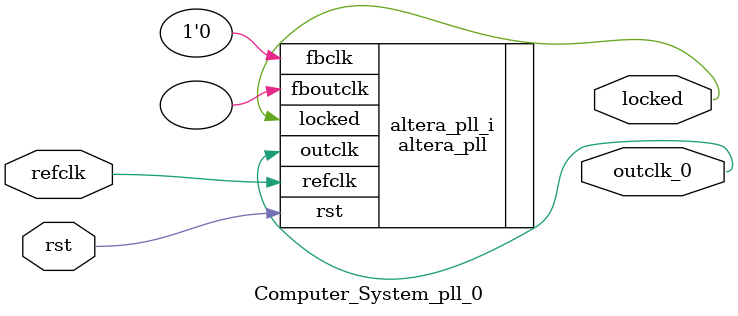
<source format=v>
`timescale 1ns/10ps
module  Computer_System_pll_0(

	// interface 'refclk'
	input wire refclk,

	// interface 'reset'
	input wire rst,

	// interface 'outclk0'
	output wire outclk_0,

	// interface 'locked'
	output wire locked
);

	altera_pll #(
		.fractional_vco_multiplier("false"),
		.reference_clock_frequency("50.0 MHz"),
		.operation_mode("direct"),
		.number_of_clocks(1),
		.output_clock_frequency0("58.000000 MHz"),
		.phase_shift0("0 ps"),
		.duty_cycle0(50),
		.output_clock_frequency1("0 MHz"),
		.phase_shift1("0 ps"),
		.duty_cycle1(50),
		.output_clock_frequency2("0 MHz"),
		.phase_shift2("0 ps"),
		.duty_cycle2(50),
		.output_clock_frequency3("0 MHz"),
		.phase_shift3("0 ps"),
		.duty_cycle3(50),
		.output_clock_frequency4("0 MHz"),
		.phase_shift4("0 ps"),
		.duty_cycle4(50),
		.output_clock_frequency5("0 MHz"),
		.phase_shift5("0 ps"),
		.duty_cycle5(50),
		.output_clock_frequency6("0 MHz"),
		.phase_shift6("0 ps"),
		.duty_cycle6(50),
		.output_clock_frequency7("0 MHz"),
		.phase_shift7("0 ps"),
		.duty_cycle7(50),
		.output_clock_frequency8("0 MHz"),
		.phase_shift8("0 ps"),
		.duty_cycle8(50),
		.output_clock_frequency9("0 MHz"),
		.phase_shift9("0 ps"),
		.duty_cycle9(50),
		.output_clock_frequency10("0 MHz"),
		.phase_shift10("0 ps"),
		.duty_cycle10(50),
		.output_clock_frequency11("0 MHz"),
		.phase_shift11("0 ps"),
		.duty_cycle11(50),
		.output_clock_frequency12("0 MHz"),
		.phase_shift12("0 ps"),
		.duty_cycle12(50),
		.output_clock_frequency13("0 MHz"),
		.phase_shift13("0 ps"),
		.duty_cycle13(50),
		.output_clock_frequency14("0 MHz"),
		.phase_shift14("0 ps"),
		.duty_cycle14(50),
		.output_clock_frequency15("0 MHz"),
		.phase_shift15("0 ps"),
		.duty_cycle15(50),
		.output_clock_frequency16("0 MHz"),
		.phase_shift16("0 ps"),
		.duty_cycle16(50),
		.output_clock_frequency17("0 MHz"),
		.phase_shift17("0 ps"),
		.duty_cycle17(50),
		.pll_type("General"),
		.pll_subtype("General")
	) altera_pll_i (
		.rst	(rst),
		.outclk	({outclk_0}),
		.locked	(locked),
		.fboutclk	( ),
		.fbclk	(1'b0),
		.refclk	(refclk)
	);
endmodule


</source>
